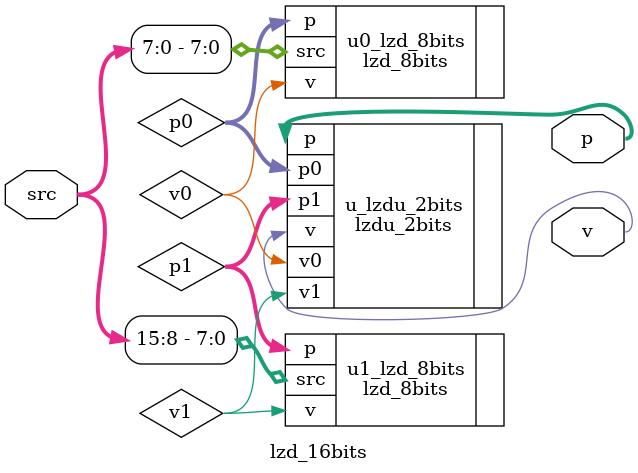
<source format=v>
module lzd_16bits(

    input   [15	:0]	src,
	output  [3 	:0]	p  ,
	output			v
);

wire	[2	:0]	p0, p1;
wire			v0, v1;

lzd_8bits u0_lzd_8bits(

    .src(src[7:0]	),
	.p  (p0			),
	.v  (v0			)
);

lzd_8bits u1_lzd_8bits(

    .src(src[15:8]	),
	.p  (p1			),
	.v  (v1			)
);

lzdu_2bits #(4) u_lzdu_2bits(

    .p0(p0	),
	.p1(p1	),
	.v0(v0	),
	.v1(v1	),
	.p (p	),
	.v (v	)
);

endmodule
</source>
